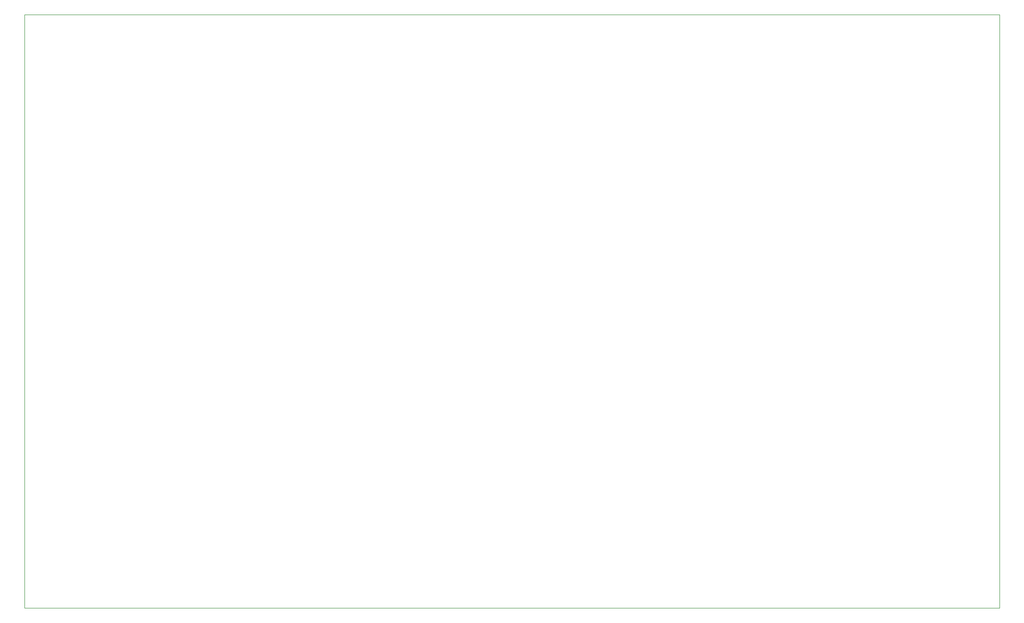
<source format=gbr>
G04 #@! TF.GenerationSoftware,KiCad,Pcbnew,(5.1.4)-1*
G04 #@! TF.CreationDate,2019-12-15T01:31:19-05:00*
G04 #@! TF.ProjectId,SolsticeXOver,536f6c73-7469-4636-9558-4f7665722e6b,rev?*
G04 #@! TF.SameCoordinates,Original*
G04 #@! TF.FileFunction,Profile,NP*
%FSLAX46Y46*%
G04 Gerber Fmt 4.6, Leading zero omitted, Abs format (unit mm)*
G04 Created by KiCad (PCBNEW (5.1.4)-1) date 2019-12-15 01:31:19*
%MOMM*%
%LPD*%
G04 APERTURE LIST*
%ADD10C,0.050000*%
G04 APERTURE END LIST*
D10*
X45720000Y-139700000D02*
X45720000Y-33020000D01*
X220980000Y-139700000D02*
X45720000Y-139700000D01*
X220980000Y-33020000D02*
X220980000Y-139700000D01*
X45720000Y-33020000D02*
X220980000Y-33020000D01*
M02*

</source>
